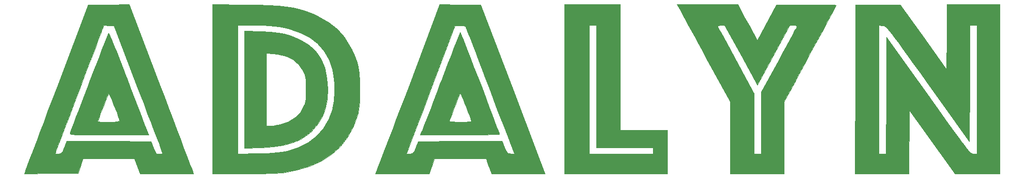
<source format=gbr>
%TF.GenerationSoftware,KiCad,Pcbnew,(5.1.6-0-10_14)*%
%TF.CreationDate,2021-08-16T20:21:43-05:00*%
%TF.ProjectId,Adalyn,4164616c-796e-42e6-9b69-6361645f7063,rev?*%
%TF.SameCoordinates,Original*%
%TF.FileFunction,Legend,Top*%
%TF.FilePolarity,Positive*%
%FSLAX46Y46*%
G04 Gerber Fmt 4.6, Leading zero omitted, Abs format (unit mm)*
G04 Created by KiCad (PCBNEW (5.1.6-0-10_14)) date 2021-08-16 20:21:43*
%MOMM*%
%LPD*%
G01*
G04 APERTURE LIST*
%ADD10C,0.010000*%
G04 APERTURE END LIST*
D10*
%TO.C,G\u002A\u002A\u002A*%
G36*
X81110510Y-85397713D02*
G01*
X81932591Y-87565724D01*
X82724014Y-89652926D01*
X83474947Y-91633392D01*
X84175561Y-93481193D01*
X84816025Y-95170402D01*
X85386509Y-96675090D01*
X85877182Y-97969330D01*
X86278214Y-99027193D01*
X86579775Y-99822750D01*
X86772034Y-100330075D01*
X86836042Y-100499090D01*
X87155193Y-101342797D01*
X77645394Y-101342797D01*
X77149985Y-100010629D01*
X76654577Y-98678461D01*
X67504625Y-98678461D01*
X66601343Y-101253985D01*
X61849907Y-101301330D01*
X57098472Y-101348674D01*
X57207204Y-100946085D01*
X57285331Y-100723131D01*
X57480577Y-100192697D01*
X57783693Y-99379312D01*
X58185433Y-98307504D01*
X58426256Y-97667242D01*
X62550322Y-97667242D01*
X62657097Y-97769934D01*
X63024447Y-97764866D01*
X63125901Y-97756646D01*
X63484970Y-97706922D01*
X63724339Y-97579477D01*
X63917000Y-97295552D01*
X64135942Y-96776389D01*
X64207578Y-96589483D01*
X64631138Y-95477428D01*
X72110730Y-95523749D01*
X79590322Y-95570069D01*
X80014194Y-96680209D01*
X80251015Y-97272248D01*
X80437978Y-97604651D01*
X80645225Y-97752147D01*
X80942896Y-97789466D01*
X81056176Y-97790349D01*
X81465222Y-97759517D01*
X81598812Y-97636219D01*
X81572642Y-97479510D01*
X81493477Y-97264083D01*
X81298521Y-96744886D01*
X80998467Y-95950116D01*
X80604005Y-94907968D01*
X80125829Y-93646637D01*
X79574630Y-92194320D01*
X78961102Y-90579212D01*
X78295936Y-88829509D01*
X77589824Y-86973406D01*
X77244934Y-86067272D01*
X73018870Y-74965874D01*
X72110775Y-74912741D01*
X71202681Y-74859609D01*
X70817612Y-75889664D01*
X70702641Y-76194089D01*
X70474846Y-76794516D01*
X70147917Y-77654994D01*
X69735545Y-78739571D01*
X69251419Y-80012295D01*
X68709229Y-81437217D01*
X68122665Y-82978383D01*
X67505416Y-84599842D01*
X66871173Y-86265644D01*
X66233625Y-87939836D01*
X65606463Y-89586468D01*
X65003375Y-91169587D01*
X64438052Y-92653242D01*
X63924185Y-94001482D01*
X63475462Y-95178356D01*
X63105573Y-96147911D01*
X62828209Y-96874197D01*
X62657059Y-97321262D01*
X62626217Y-97401401D01*
X62550322Y-97667242D01*
X58426256Y-97667242D01*
X58676550Y-97001804D01*
X59247795Y-95486740D01*
X59889921Y-93786842D01*
X60593682Y-91926639D01*
X61349829Y-89930659D01*
X62149114Y-87823433D01*
X62883441Y-85889650D01*
X68450945Y-71235804D01*
X72077538Y-71187923D01*
X75704130Y-71140043D01*
X81110510Y-85397713D01*
G37*
X81110510Y-85397713D02*
X81932591Y-87565724D01*
X82724014Y-89652926D01*
X83474947Y-91633392D01*
X84175561Y-93481193D01*
X84816025Y-95170402D01*
X85386509Y-96675090D01*
X85877182Y-97969330D01*
X86278214Y-99027193D01*
X86579775Y-99822750D01*
X86772034Y-100330075D01*
X86836042Y-100499090D01*
X87155193Y-101342797D01*
X77645394Y-101342797D01*
X77149985Y-100010629D01*
X76654577Y-98678461D01*
X67504625Y-98678461D01*
X66601343Y-101253985D01*
X61849907Y-101301330D01*
X57098472Y-101348674D01*
X57207204Y-100946085D01*
X57285331Y-100723131D01*
X57480577Y-100192697D01*
X57783693Y-99379312D01*
X58185433Y-98307504D01*
X58426256Y-97667242D01*
X62550322Y-97667242D01*
X62657097Y-97769934D01*
X63024447Y-97764866D01*
X63125901Y-97756646D01*
X63484970Y-97706922D01*
X63724339Y-97579477D01*
X63917000Y-97295552D01*
X64135942Y-96776389D01*
X64207578Y-96589483D01*
X64631138Y-95477428D01*
X72110730Y-95523749D01*
X79590322Y-95570069D01*
X80014194Y-96680209D01*
X80251015Y-97272248D01*
X80437978Y-97604651D01*
X80645225Y-97752147D01*
X80942896Y-97789466D01*
X81056176Y-97790349D01*
X81465222Y-97759517D01*
X81598812Y-97636219D01*
X81572642Y-97479510D01*
X81493477Y-97264083D01*
X81298521Y-96744886D01*
X80998467Y-95950116D01*
X80604005Y-94907968D01*
X80125829Y-93646637D01*
X79574630Y-92194320D01*
X78961102Y-90579212D01*
X78295936Y-88829509D01*
X77589824Y-86973406D01*
X77244934Y-86067272D01*
X73018870Y-74965874D01*
X72110775Y-74912741D01*
X71202681Y-74859609D01*
X70817612Y-75889664D01*
X70702641Y-76194089D01*
X70474846Y-76794516D01*
X70147917Y-77654994D01*
X69735545Y-78739571D01*
X69251419Y-80012295D01*
X68709229Y-81437217D01*
X68122665Y-82978383D01*
X67505416Y-84599842D01*
X66871173Y-86265644D01*
X66233625Y-87939836D01*
X65606463Y-89586468D01*
X65003375Y-91169587D01*
X64438052Y-92653242D01*
X63924185Y-94001482D01*
X63475462Y-95178356D01*
X63105573Y-96147911D01*
X62828209Y-96874197D01*
X62657059Y-97321262D01*
X62626217Y-97401401D01*
X62550322Y-97667242D01*
X58426256Y-97667242D01*
X58676550Y-97001804D01*
X59247795Y-95486740D01*
X59889921Y-93786842D01*
X60593682Y-91926639D01*
X61349829Y-89930659D01*
X62149114Y-87823433D01*
X62883441Y-85889650D01*
X68450945Y-71235804D01*
X72077538Y-71187923D01*
X75704130Y-71140043D01*
X81110510Y-85397713D01*
G36*
X96437410Y-71192496D02*
G01*
X98648977Y-71237154D01*
X100550746Y-71305945D01*
X102187762Y-71406135D01*
X103605072Y-71544986D01*
X104847722Y-71729764D01*
X105960756Y-71967731D01*
X106989221Y-72266153D01*
X107978163Y-72632292D01*
X108972627Y-73073412D01*
X109404167Y-73283478D01*
X111211013Y-74333224D01*
X112725310Y-75550935D01*
X113984902Y-76974040D01*
X115027634Y-78639968D01*
X115235791Y-79051188D01*
X115759433Y-80200230D01*
X116147390Y-81253332D01*
X116417615Y-82299701D01*
X116588058Y-83428540D01*
X116676673Y-84729057D01*
X116701411Y-86290454D01*
X116701366Y-86333706D01*
X116692621Y-87538578D01*
X116665380Y-88469196D01*
X116612534Y-89206371D01*
X116526971Y-89830910D01*
X116401582Y-90423623D01*
X116310637Y-90774265D01*
X115568761Y-92883190D01*
X114553883Y-94766246D01*
X113269311Y-96420835D01*
X111718352Y-97844362D01*
X109904315Y-99034231D01*
X107830508Y-99987844D01*
X105500240Y-100702606D01*
X103085396Y-101153493D01*
X102555281Y-101201152D01*
X101727627Y-101244410D01*
X100660129Y-101281701D01*
X99410481Y-101311459D01*
X98036377Y-101332117D01*
X96595512Y-101342107D01*
X96113718Y-101342797D01*
X90531466Y-101342797D01*
X90531466Y-74877062D01*
X94972025Y-74877062D01*
X94972025Y-97834486D01*
X98657690Y-97741106D01*
X100048268Y-97698797D01*
X101151714Y-97646620D01*
X102036120Y-97578371D01*
X102769581Y-97487845D01*
X103420190Y-97368838D01*
X103853144Y-97267694D01*
X105843474Y-96614688D01*
X107570590Y-95724639D01*
X109032923Y-94599038D01*
X110228900Y-93239379D01*
X111156951Y-91647152D01*
X111815507Y-89823852D01*
X111858255Y-89661206D01*
X112094003Y-88349367D01*
X112203564Y-86843050D01*
X112187170Y-85279766D01*
X112045052Y-83797025D01*
X111846659Y-82783243D01*
X111222520Y-81016104D01*
X110311743Y-79452555D01*
X109125242Y-78102126D01*
X107673935Y-76974344D01*
X105968736Y-76078737D01*
X104020562Y-75424836D01*
X103203564Y-75238645D01*
X102370815Y-75090624D01*
X101532584Y-74986840D01*
X100600318Y-74920910D01*
X99485467Y-74886454D01*
X98185732Y-74877062D01*
X94972025Y-74877062D01*
X90531466Y-74877062D01*
X90531466Y-71105669D01*
X96437410Y-71192496D01*
G37*
X96437410Y-71192496D02*
X98648977Y-71237154D01*
X100550746Y-71305945D01*
X102187762Y-71406135D01*
X103605072Y-71544986D01*
X104847722Y-71729764D01*
X105960756Y-71967731D01*
X106989221Y-72266153D01*
X107978163Y-72632292D01*
X108972627Y-73073412D01*
X109404167Y-73283478D01*
X111211013Y-74333224D01*
X112725310Y-75550935D01*
X113984902Y-76974040D01*
X115027634Y-78639968D01*
X115235791Y-79051188D01*
X115759433Y-80200230D01*
X116147390Y-81253332D01*
X116417615Y-82299701D01*
X116588058Y-83428540D01*
X116676673Y-84729057D01*
X116701411Y-86290454D01*
X116701366Y-86333706D01*
X116692621Y-87538578D01*
X116665380Y-88469196D01*
X116612534Y-89206371D01*
X116526971Y-89830910D01*
X116401582Y-90423623D01*
X116310637Y-90774265D01*
X115568761Y-92883190D01*
X114553883Y-94766246D01*
X113269311Y-96420835D01*
X111718352Y-97844362D01*
X109904315Y-99034231D01*
X107830508Y-99987844D01*
X105500240Y-100702606D01*
X103085396Y-101153493D01*
X102555281Y-101201152D01*
X101727627Y-101244410D01*
X100660129Y-101281701D01*
X99410481Y-101311459D01*
X98036377Y-101332117D01*
X96595512Y-101342107D01*
X96113718Y-101342797D01*
X90531466Y-101342797D01*
X90531466Y-74877062D01*
X94972025Y-74877062D01*
X94972025Y-97834486D01*
X98657690Y-97741106D01*
X100048268Y-97698797D01*
X101151714Y-97646620D01*
X102036120Y-97578371D01*
X102769581Y-97487845D01*
X103420190Y-97368838D01*
X103853144Y-97267694D01*
X105843474Y-96614688D01*
X107570590Y-95724639D01*
X109032923Y-94599038D01*
X110228900Y-93239379D01*
X111156951Y-91647152D01*
X111815507Y-89823852D01*
X111858255Y-89661206D01*
X112094003Y-88349367D01*
X112203564Y-86843050D01*
X112187170Y-85279766D01*
X112045052Y-83797025D01*
X111846659Y-82783243D01*
X111222520Y-81016104D01*
X110311743Y-79452555D01*
X109125242Y-78102126D01*
X107673935Y-76974344D01*
X105968736Y-76078737D01*
X104020562Y-75424836D01*
X103203564Y-75238645D01*
X102370815Y-75090624D01*
X101532584Y-74986840D01*
X100600318Y-74920910D01*
X99485467Y-74886454D01*
X98185732Y-74877062D01*
X94972025Y-74877062D01*
X90531466Y-74877062D01*
X90531466Y-71105669D01*
X96437410Y-71192496D01*
G36*
X134573842Y-71189772D02*
G01*
X138207128Y-71235804D01*
X143917901Y-86289300D01*
X149628673Y-101342797D01*
X140113633Y-101342797D01*
X139768273Y-100410279D01*
X139550539Y-99810588D01*
X139369292Y-99291032D01*
X139299485Y-99078111D01*
X139176058Y-98678461D01*
X129999675Y-98678461D01*
X129027937Y-101342797D01*
X119479146Y-101342797D01*
X119714320Y-100765524D01*
X119811442Y-100515489D01*
X120024706Y-99958243D01*
X120344598Y-99118854D01*
X120761603Y-98022390D01*
X120863274Y-97754721D01*
X124990207Y-97754721D01*
X125146180Y-97778512D01*
X125531429Y-97764638D01*
X125632629Y-97756666D01*
X125990622Y-97703900D01*
X126227726Y-97567601D01*
X126419186Y-97266594D01*
X126640245Y-96719699D01*
X126671549Y-96635804D01*
X127068046Y-95570069D01*
X134535435Y-95523751D01*
X142002823Y-95477433D01*
X142446585Y-96589486D01*
X142696271Y-97183955D01*
X142896789Y-97523074D01*
X143121066Y-97685096D01*
X143442028Y-97748276D01*
X143534453Y-97756819D01*
X144178558Y-97812100D01*
X143754451Y-96691085D01*
X143603675Y-96293859D01*
X143346903Y-95618897D01*
X142997330Y-94700799D01*
X142568151Y-93574166D01*
X142072562Y-92273599D01*
X141523757Y-90833700D01*
X140934933Y-89289069D01*
X140319283Y-87674308D01*
X139690004Y-86024017D01*
X139060291Y-84372798D01*
X138443339Y-82755253D01*
X137852343Y-81205981D01*
X137300499Y-79759585D01*
X136801001Y-78450664D01*
X136367046Y-77313821D01*
X136011827Y-76383657D01*
X135748541Y-75694772D01*
X135590383Y-75281768D01*
X135550893Y-75179391D01*
X135404364Y-74986601D01*
X135102759Y-74905845D01*
X134549807Y-74911938D01*
X134532400Y-74912958D01*
X133639412Y-74965874D01*
X129314809Y-86331761D01*
X128587987Y-88242801D01*
X127899502Y-90054620D01*
X127259587Y-91740182D01*
X126678480Y-93272451D01*
X126166416Y-94624392D01*
X125733629Y-95768970D01*
X125390355Y-96679148D01*
X125146829Y-97327892D01*
X125013287Y-97688165D01*
X124990207Y-97754721D01*
X120863274Y-97754721D01*
X121266208Y-96693919D01*
X121848898Y-95158509D01*
X122500160Y-93441228D01*
X123210479Y-91567144D01*
X123970341Y-89561326D01*
X124770233Y-87448841D01*
X125445025Y-85665996D01*
X130940557Y-71143741D01*
X134573842Y-71189772D01*
G37*
X134573842Y-71189772D02*
X138207128Y-71235804D01*
X143917901Y-86289300D01*
X149628673Y-101342797D01*
X140113633Y-101342797D01*
X139768273Y-100410279D01*
X139550539Y-99810588D01*
X139369292Y-99291032D01*
X139299485Y-99078111D01*
X139176058Y-98678461D01*
X129999675Y-98678461D01*
X129027937Y-101342797D01*
X119479146Y-101342797D01*
X119714320Y-100765524D01*
X119811442Y-100515489D01*
X120024706Y-99958243D01*
X120344598Y-99118854D01*
X120761603Y-98022390D01*
X120863274Y-97754721D01*
X124990207Y-97754721D01*
X125146180Y-97778512D01*
X125531429Y-97764638D01*
X125632629Y-97756666D01*
X125990622Y-97703900D01*
X126227726Y-97567601D01*
X126419186Y-97266594D01*
X126640245Y-96719699D01*
X126671549Y-96635804D01*
X127068046Y-95570069D01*
X134535435Y-95523751D01*
X142002823Y-95477433D01*
X142446585Y-96589486D01*
X142696271Y-97183955D01*
X142896789Y-97523074D01*
X143121066Y-97685096D01*
X143442028Y-97748276D01*
X143534453Y-97756819D01*
X144178558Y-97812100D01*
X143754451Y-96691085D01*
X143603675Y-96293859D01*
X143346903Y-95618897D01*
X142997330Y-94700799D01*
X142568151Y-93574166D01*
X142072562Y-92273599D01*
X141523757Y-90833700D01*
X140934933Y-89289069D01*
X140319283Y-87674308D01*
X139690004Y-86024017D01*
X139060291Y-84372798D01*
X138443339Y-82755253D01*
X137852343Y-81205981D01*
X137300499Y-79759585D01*
X136801001Y-78450664D01*
X136367046Y-77313821D01*
X136011827Y-76383657D01*
X135748541Y-75694772D01*
X135590383Y-75281768D01*
X135550893Y-75179391D01*
X135404364Y-74986601D01*
X135102759Y-74905845D01*
X134549807Y-74911938D01*
X134532400Y-74912958D01*
X133639412Y-74965874D01*
X129314809Y-86331761D01*
X128587987Y-88242801D01*
X127899502Y-90054620D01*
X127259587Y-91740182D01*
X126678480Y-93272451D01*
X126166416Y-94624392D01*
X125733629Y-95768970D01*
X125390355Y-96679148D01*
X125146829Y-97327892D01*
X125013287Y-97688165D01*
X124990207Y-97754721D01*
X120863274Y-97754721D01*
X121266208Y-96693919D01*
X121848898Y-95158509D01*
X122500160Y-93441228D01*
X123210479Y-91567144D01*
X123970341Y-89561326D01*
X124770233Y-87448841D01*
X125445025Y-85665996D01*
X130940557Y-71143741D01*
X134573842Y-71189772D01*
G36*
X163001396Y-93527412D02*
G01*
X171349648Y-93527412D01*
X171349648Y-101342797D01*
X153054543Y-101342797D01*
X153054543Y-74877062D01*
X157495102Y-74877062D01*
X157495102Y-97790349D01*
X168862934Y-97790349D01*
X168862934Y-96724615D01*
X158738459Y-96724615D01*
X158738459Y-74877062D01*
X157495102Y-74877062D01*
X153054543Y-74877062D01*
X153054543Y-71146992D01*
X163001396Y-71146992D01*
X163001396Y-93527412D01*
G37*
X163001396Y-93527412D02*
X171349648Y-93527412D01*
X171349648Y-101342797D01*
X153054543Y-101342797D01*
X153054543Y-74877062D01*
X157495102Y-74877062D01*
X157495102Y-97790349D01*
X168862934Y-97790349D01*
X168862934Y-96724615D01*
X158738459Y-96724615D01*
X158738459Y-74877062D01*
X157495102Y-74877062D01*
X153054543Y-74877062D01*
X153054543Y-71146992D01*
X163001396Y-71146992D01*
X163001396Y-93527412D01*
G36*
X178486507Y-71149552D02*
G01*
X183872025Y-71152111D01*
X184330301Y-71993258D01*
X184581832Y-72454624D01*
X184958851Y-73145780D01*
X185416611Y-73984712D01*
X185910368Y-74889411D01*
X186082877Y-75205446D01*
X187377176Y-77576486D01*
X190799298Y-71235804D01*
X196083564Y-71188755D01*
X197412560Y-71181824D01*
X198619032Y-71184951D01*
X199659387Y-71197269D01*
X200490036Y-71217913D01*
X201067387Y-71246016D01*
X201347848Y-71280712D01*
X201367829Y-71293768D01*
X201285379Y-71477787D01*
X201050006Y-71939539D01*
X200679677Y-72645313D01*
X200192360Y-73561401D01*
X199606022Y-74654096D01*
X198938630Y-75889686D01*
X198208152Y-77234465D01*
X197904193Y-77791969D01*
X197154462Y-79167222D01*
X196460525Y-80443187D01*
X195840286Y-81586712D01*
X195311651Y-82564646D01*
X194892524Y-83343840D01*
X194600811Y-83891141D01*
X194454417Y-84173400D01*
X194440557Y-84204762D01*
X194360085Y-84376314D01*
X194139503Y-84800098D01*
X193810059Y-85417162D01*
X193403001Y-86168556D01*
X193286011Y-86382849D01*
X192131466Y-88494282D01*
X192131466Y-101342797D01*
X182539857Y-101342797D01*
X182539857Y-88448611D01*
X178529698Y-81085564D01*
X177691631Y-79547099D01*
X176882261Y-78061904D01*
X176122270Y-76667887D01*
X175432338Y-75402953D01*
X175201490Y-74979955D01*
X180317727Y-74979955D01*
X180387107Y-75199732D01*
X180426504Y-75276713D01*
X180556982Y-75521284D01*
X180836097Y-76040341D01*
X181243382Y-76795958D01*
X181758369Y-77750205D01*
X182360589Y-78865157D01*
X183029574Y-80102886D01*
X183718768Y-81377240D01*
X186802794Y-87078116D01*
X186802794Y-97790349D01*
X188046151Y-97790349D01*
X188046151Y-86799204D01*
X191167653Y-81084929D01*
X191883328Y-79772856D01*
X192546366Y-78553547D01*
X193137105Y-77463447D01*
X193635879Y-76539003D01*
X194023026Y-75816658D01*
X194278883Y-75332859D01*
X194383786Y-75124050D01*
X194383859Y-75123858D01*
X194354392Y-74957773D01*
X194058682Y-74887655D01*
X193793476Y-74881432D01*
X193108389Y-74885801D01*
X190243720Y-80221819D01*
X187379052Y-85557837D01*
X184470993Y-80218600D01*
X181562934Y-74879364D01*
X180890601Y-74878213D01*
X180461988Y-74893021D01*
X180317727Y-74979955D01*
X175201490Y-74979955D01*
X174833143Y-74305009D01*
X174345367Y-73411963D01*
X173989689Y-72761720D01*
X173810264Y-72434755D01*
X173100988Y-71146992D01*
X178486507Y-71149552D01*
G37*
X178486507Y-71149552D02*
X183872025Y-71152111D01*
X184330301Y-71993258D01*
X184581832Y-72454624D01*
X184958851Y-73145780D01*
X185416611Y-73984712D01*
X185910368Y-74889411D01*
X186082877Y-75205446D01*
X187377176Y-77576486D01*
X190799298Y-71235804D01*
X196083564Y-71188755D01*
X197412560Y-71181824D01*
X198619032Y-71184951D01*
X199659387Y-71197269D01*
X200490036Y-71217913D01*
X201067387Y-71246016D01*
X201347848Y-71280712D01*
X201367829Y-71293768D01*
X201285379Y-71477787D01*
X201050006Y-71939539D01*
X200679677Y-72645313D01*
X200192360Y-73561401D01*
X199606022Y-74654096D01*
X198938630Y-75889686D01*
X198208152Y-77234465D01*
X197904193Y-77791969D01*
X197154462Y-79167222D01*
X196460525Y-80443187D01*
X195840286Y-81586712D01*
X195311651Y-82564646D01*
X194892524Y-83343840D01*
X194600811Y-83891141D01*
X194454417Y-84173400D01*
X194440557Y-84204762D01*
X194360085Y-84376314D01*
X194139503Y-84800098D01*
X193810059Y-85417162D01*
X193403001Y-86168556D01*
X193286011Y-86382849D01*
X192131466Y-88494282D01*
X192131466Y-101342797D01*
X182539857Y-101342797D01*
X182539857Y-88448611D01*
X178529698Y-81085564D01*
X177691631Y-79547099D01*
X176882261Y-78061904D01*
X176122270Y-76667887D01*
X175432338Y-75402953D01*
X175201490Y-74979955D01*
X180317727Y-74979955D01*
X180387107Y-75199732D01*
X180426504Y-75276713D01*
X180556982Y-75521284D01*
X180836097Y-76040341D01*
X181243382Y-76795958D01*
X181758369Y-77750205D01*
X182360589Y-78865157D01*
X183029574Y-80102886D01*
X183718768Y-81377240D01*
X186802794Y-87078116D01*
X186802794Y-97790349D01*
X188046151Y-97790349D01*
X188046151Y-86799204D01*
X191167653Y-81084929D01*
X191883328Y-79772856D01*
X192546366Y-78553547D01*
X193137105Y-77463447D01*
X193635879Y-76539003D01*
X194023026Y-75816658D01*
X194278883Y-75332859D01*
X194383786Y-75124050D01*
X194383859Y-75123858D01*
X194354392Y-74957773D01*
X194058682Y-74887655D01*
X193793476Y-74881432D01*
X193108389Y-74885801D01*
X190243720Y-80221819D01*
X187379052Y-85557837D01*
X184470993Y-80218600D01*
X181562934Y-74879364D01*
X180890601Y-74878213D01*
X180461988Y-74893021D01*
X180317727Y-74979955D01*
X175201490Y-74979955D01*
X174833143Y-74305009D01*
X174345367Y-73411963D01*
X173989689Y-72761720D01*
X173810264Y-72434755D01*
X173100988Y-71146992D01*
X178486507Y-71149552D01*
G36*
X230501071Y-72123916D02*
G01*
X230501625Y-72470428D01*
X230502148Y-73139116D01*
X230502632Y-74096907D01*
X230503068Y-75310733D01*
X230503448Y-76747522D01*
X230503764Y-78374205D01*
X230504007Y-80157711D01*
X230504168Y-82064970D01*
X230504240Y-84062912D01*
X230504243Y-84557482D01*
X230504193Y-86633089D01*
X230504047Y-88673048D01*
X230503816Y-90637840D01*
X230503508Y-92487945D01*
X230503132Y-94183844D01*
X230502696Y-95686018D01*
X230502210Y-96954947D01*
X230501682Y-97951111D01*
X230501121Y-98634991D01*
X230501071Y-98678461D01*
X230497899Y-101342797D01*
X222538101Y-101342797D01*
X218480588Y-95654659D01*
X214423074Y-89966521D01*
X214329342Y-101342797D01*
X204753027Y-101342797D01*
X204762282Y-97790349D01*
X209005592Y-97790349D01*
X210246109Y-97790349D01*
X210291934Y-87398102D01*
X210337759Y-77005856D01*
X217759867Y-87398102D01*
X219175554Y-89379943D01*
X220400095Y-91092319D01*
X221448718Y-92554921D01*
X222336650Y-93787437D01*
X223079118Y-94809555D01*
X223691350Y-95640965D01*
X224188572Y-96301354D01*
X224586013Y-96810413D01*
X224898899Y-97187829D01*
X225142458Y-97453291D01*
X225331918Y-97626487D01*
X225482505Y-97727107D01*
X225609446Y-97774840D01*
X225727971Y-97789373D01*
X225797280Y-97790349D01*
X226412585Y-97790349D01*
X226412585Y-74877062D01*
X225172068Y-74877062D01*
X225126242Y-85250288D01*
X225080417Y-95623513D01*
X217703670Y-85294693D01*
X216292627Y-83319329D01*
X215072602Y-81613252D01*
X214028227Y-80156607D01*
X213144135Y-78929539D01*
X212404955Y-77912193D01*
X211795321Y-77084714D01*
X211299863Y-76427247D01*
X210903214Y-75919936D01*
X210590005Y-75542926D01*
X210344868Y-75276363D01*
X210152434Y-75100390D01*
X209997335Y-74995154D01*
X209864203Y-74940798D01*
X209737669Y-74917468D01*
X209666257Y-74910746D01*
X209005592Y-74855618D01*
X209005592Y-97790349D01*
X204762282Y-97790349D01*
X204792247Y-86289300D01*
X204831466Y-71235804D01*
X212811592Y-71235804D01*
X216903347Y-76966548D01*
X220995102Y-82697293D01*
X221041935Y-76922143D01*
X221088768Y-71146992D01*
X230497899Y-71146992D01*
X230501071Y-72123916D01*
G37*
X230501071Y-72123916D02*
X230501625Y-72470428D01*
X230502148Y-73139116D01*
X230502632Y-74096907D01*
X230503068Y-75310733D01*
X230503448Y-76747522D01*
X230503764Y-78374205D01*
X230504007Y-80157711D01*
X230504168Y-82064970D01*
X230504240Y-84062912D01*
X230504243Y-84557482D01*
X230504193Y-86633089D01*
X230504047Y-88673048D01*
X230503816Y-90637840D01*
X230503508Y-92487945D01*
X230503132Y-94183844D01*
X230502696Y-95686018D01*
X230502210Y-96954947D01*
X230501682Y-97951111D01*
X230501121Y-98634991D01*
X230501071Y-98678461D01*
X230497899Y-101342797D01*
X222538101Y-101342797D01*
X218480588Y-95654659D01*
X214423074Y-89966521D01*
X214329342Y-101342797D01*
X204753027Y-101342797D01*
X204762282Y-97790349D01*
X209005592Y-97790349D01*
X210246109Y-97790349D01*
X210291934Y-87398102D01*
X210337759Y-77005856D01*
X217759867Y-87398102D01*
X219175554Y-89379943D01*
X220400095Y-91092319D01*
X221448718Y-92554921D01*
X222336650Y-93787437D01*
X223079118Y-94809555D01*
X223691350Y-95640965D01*
X224188572Y-96301354D01*
X224586013Y-96810413D01*
X224898899Y-97187829D01*
X225142458Y-97453291D01*
X225331918Y-97626487D01*
X225482505Y-97727107D01*
X225609446Y-97774840D01*
X225727971Y-97789373D01*
X225797280Y-97790349D01*
X226412585Y-97790349D01*
X226412585Y-74877062D01*
X225172068Y-74877062D01*
X225126242Y-85250288D01*
X225080417Y-95623513D01*
X217703670Y-85294693D01*
X216292627Y-83319329D01*
X215072602Y-81613252D01*
X214028227Y-80156607D01*
X213144135Y-78929539D01*
X212404955Y-77912193D01*
X211795321Y-77084714D01*
X211299863Y-76427247D01*
X210903214Y-75919936D01*
X210590005Y-75542926D01*
X210344868Y-75276363D01*
X210152434Y-75100390D01*
X209997335Y-74995154D01*
X209864203Y-74940798D01*
X209737669Y-74917468D01*
X209666257Y-74910746D01*
X209005592Y-74855618D01*
X209005592Y-97790349D01*
X204762282Y-97790349D01*
X204792247Y-86289300D01*
X204831466Y-71235804D01*
X212811592Y-71235804D01*
X216903347Y-76966548D01*
X220995102Y-82697293D01*
X221041935Y-76922143D01*
X221088768Y-71146992D01*
X230497899Y-71146992D01*
X230501071Y-72123916D01*
G36*
X72125887Y-76382959D02*
G01*
X72326061Y-76818249D01*
X72626363Y-77524467D01*
X73014353Y-78470814D01*
X73477591Y-79626492D01*
X74003635Y-80960705D01*
X74580045Y-82442654D01*
X75194381Y-84041542D01*
X75338758Y-84420024D01*
X75971394Y-86080394D01*
X76574995Y-87663970D01*
X77135896Y-89134943D01*
X77640434Y-90457504D01*
X78074943Y-91595846D01*
X78425760Y-92514159D01*
X78679219Y-93176634D01*
X78821656Y-93547465D01*
X78831086Y-93571818D01*
X79158450Y-94415524D01*
X72124241Y-94415524D01*
X70357386Y-94414754D01*
X68913837Y-94411490D01*
X67761661Y-94404305D01*
X66868922Y-94391769D01*
X66203683Y-94372453D01*
X65734010Y-94344928D01*
X65427967Y-94307766D01*
X65253618Y-94259537D01*
X65179028Y-94198813D01*
X65172262Y-94124165D01*
X65176995Y-94104685D01*
X65271570Y-93826794D01*
X65476383Y-93265891D01*
X65777077Y-92459333D01*
X65944178Y-92015650D01*
X70104892Y-92015650D01*
X70270556Y-92052131D01*
X70719751Y-92081613D01*
X71380784Y-92100764D01*
X72058739Y-92106433D01*
X72928986Y-92091187D01*
X73573353Y-92048388D01*
X73942899Y-91982442D01*
X74012585Y-91930470D01*
X73951291Y-91653767D01*
X73785939Y-91151958D01*
X73544323Y-90493407D01*
X73254237Y-89746477D01*
X72943475Y-88979531D01*
X72639832Y-88260931D01*
X72371101Y-87659042D01*
X72165077Y-87242225D01*
X72049554Y-87078845D01*
X72040996Y-87081109D01*
X71940097Y-87278982D01*
X71743350Y-87735996D01*
X71479596Y-88378648D01*
X71177674Y-89133437D01*
X70866423Y-89926857D01*
X70574682Y-90685408D01*
X70331290Y-91335586D01*
X70165088Y-91803888D01*
X70104892Y-92015650D01*
X65944178Y-92015650D01*
X66159296Y-91444479D01*
X66608685Y-90258688D01*
X67110887Y-88939318D01*
X67651547Y-87523730D01*
X68216309Y-86049280D01*
X68790816Y-84553328D01*
X69360713Y-83073233D01*
X69911645Y-81646353D01*
X70429254Y-80310047D01*
X70899186Y-79101674D01*
X71307084Y-78058593D01*
X71638592Y-77218162D01*
X71879355Y-76617739D01*
X72015017Y-76294685D01*
X72038282Y-76249395D01*
X72125887Y-76382959D01*
G37*
X72125887Y-76382959D02*
X72326061Y-76818249D01*
X72626363Y-77524467D01*
X73014353Y-78470814D01*
X73477591Y-79626492D01*
X74003635Y-80960705D01*
X74580045Y-82442654D01*
X75194381Y-84041542D01*
X75338758Y-84420024D01*
X75971394Y-86080394D01*
X76574995Y-87663970D01*
X77135896Y-89134943D01*
X77640434Y-90457504D01*
X78074943Y-91595846D01*
X78425760Y-92514159D01*
X78679219Y-93176634D01*
X78821656Y-93547465D01*
X78831086Y-93571818D01*
X79158450Y-94415524D01*
X72124241Y-94415524D01*
X70357386Y-94414754D01*
X68913837Y-94411490D01*
X67761661Y-94404305D01*
X66868922Y-94391769D01*
X66203683Y-94372453D01*
X65734010Y-94344928D01*
X65427967Y-94307766D01*
X65253618Y-94259537D01*
X65179028Y-94198813D01*
X65172262Y-94124165D01*
X65176995Y-94104685D01*
X65271570Y-93826794D01*
X65476383Y-93265891D01*
X65777077Y-92459333D01*
X65944178Y-92015650D01*
X70104892Y-92015650D01*
X70270556Y-92052131D01*
X70719751Y-92081613D01*
X71380784Y-92100764D01*
X72058739Y-92106433D01*
X72928986Y-92091187D01*
X73573353Y-92048388D01*
X73942899Y-91982442D01*
X74012585Y-91930470D01*
X73951291Y-91653767D01*
X73785939Y-91151958D01*
X73544323Y-90493407D01*
X73254237Y-89746477D01*
X72943475Y-88979531D01*
X72639832Y-88260931D01*
X72371101Y-87659042D01*
X72165077Y-87242225D01*
X72049554Y-87078845D01*
X72040996Y-87081109D01*
X71940097Y-87278982D01*
X71743350Y-87735996D01*
X71479596Y-88378648D01*
X71177674Y-89133437D01*
X70866423Y-89926857D01*
X70574682Y-90685408D01*
X70331290Y-91335586D01*
X70165088Y-91803888D01*
X70104892Y-92015650D01*
X65944178Y-92015650D01*
X66159296Y-91444479D01*
X66608685Y-90258688D01*
X67110887Y-88939318D01*
X67651547Y-87523730D01*
X68216309Y-86049280D01*
X68790816Y-84553328D01*
X69360713Y-83073233D01*
X69911645Y-81646353D01*
X70429254Y-80310047D01*
X70899186Y-79101674D01*
X71307084Y-78058593D01*
X71638592Y-77218162D01*
X71879355Y-76617739D01*
X72015017Y-76294685D01*
X72038282Y-76249395D01*
X72125887Y-76382959D01*
G36*
X99190557Y-75989313D02*
G01*
X100817481Y-76066591D01*
X102172517Y-76199204D01*
X103336961Y-76404286D01*
X104392110Y-76698969D01*
X105419260Y-77100386D01*
X106182675Y-77462880D01*
X107668800Y-78388444D01*
X108877922Y-79530528D01*
X109811983Y-80892649D01*
X110472923Y-82478322D01*
X110862685Y-84291062D01*
X110983405Y-86156083D01*
X110895578Y-88056141D01*
X110604089Y-89699844D01*
X110091915Y-91133102D01*
X109342034Y-92401824D01*
X108337423Y-93551921D01*
X108188583Y-93693846D01*
X107089648Y-94597641D01*
X105901372Y-95316588D01*
X104574338Y-95866894D01*
X103059130Y-96264768D01*
X101306330Y-96526417D01*
X99266522Y-96668051D01*
X99101745Y-96674246D01*
X96215382Y-96777174D01*
X96215382Y-92816923D01*
X100123074Y-92816923D01*
X100789158Y-92814297D01*
X101322916Y-92770798D01*
X102027845Y-92660654D01*
X102607383Y-92540127D01*
X104047901Y-92048852D01*
X105231332Y-91313411D01*
X106161111Y-90331150D01*
X106730409Y-89353286D01*
X106906184Y-88929542D01*
X107023650Y-88507740D01*
X107094091Y-88001723D01*
X107128791Y-87325334D01*
X107139033Y-86392417D01*
X107139158Y-86232336D01*
X107134649Y-85290735D01*
X107111571Y-84616669D01*
X107055599Y-84122450D01*
X106952408Y-83720395D01*
X106787671Y-83322818D01*
X106603136Y-82951390D01*
X105846094Y-81848217D01*
X104829234Y-80981657D01*
X103562975Y-80357735D01*
X102057738Y-79982476D01*
X101322025Y-79897660D01*
X100123074Y-79802756D01*
X100123074Y-92816923D01*
X96215382Y-92816923D01*
X96215382Y-75897361D01*
X99190557Y-75989313D01*
G37*
X99190557Y-75989313D02*
X100817481Y-76066591D01*
X102172517Y-76199204D01*
X103336961Y-76404286D01*
X104392110Y-76698969D01*
X105419260Y-77100386D01*
X106182675Y-77462880D01*
X107668800Y-78388444D01*
X108877922Y-79530528D01*
X109811983Y-80892649D01*
X110472923Y-82478322D01*
X110862685Y-84291062D01*
X110983405Y-86156083D01*
X110895578Y-88056141D01*
X110604089Y-89699844D01*
X110091915Y-91133102D01*
X109342034Y-92401824D01*
X108337423Y-93551921D01*
X108188583Y-93693846D01*
X107089648Y-94597641D01*
X105901372Y-95316588D01*
X104574338Y-95866894D01*
X103059130Y-96264768D01*
X101306330Y-96526417D01*
X99266522Y-96668051D01*
X99101745Y-96674246D01*
X96215382Y-96777174D01*
X96215382Y-92816923D01*
X100123074Y-92816923D01*
X100789158Y-92814297D01*
X101322916Y-92770798D01*
X102027845Y-92660654D01*
X102607383Y-92540127D01*
X104047901Y-92048852D01*
X105231332Y-91313411D01*
X106161111Y-90331150D01*
X106730409Y-89353286D01*
X106906184Y-88929542D01*
X107023650Y-88507740D01*
X107094091Y-88001723D01*
X107128791Y-87325334D01*
X107139033Y-86392417D01*
X107139158Y-86232336D01*
X107134649Y-85290735D01*
X107111571Y-84616669D01*
X107055599Y-84122450D01*
X106952408Y-83720395D01*
X106787671Y-83322818D01*
X106603136Y-82951390D01*
X105846094Y-81848217D01*
X104829234Y-80981657D01*
X103562975Y-80357735D01*
X102057738Y-79982476D01*
X101322025Y-79897660D01*
X100123074Y-79802756D01*
X100123074Y-92816923D01*
X96215382Y-92816923D01*
X96215382Y-75897361D01*
X99190557Y-75989313D01*
G36*
X134650874Y-76283893D02*
G01*
X134838647Y-76740202D01*
X135123554Y-77455492D01*
X135491563Y-78393030D01*
X135928640Y-79516081D01*
X136420754Y-80787910D01*
X136953870Y-82171782D01*
X137513957Y-83630962D01*
X138086982Y-85128717D01*
X138658912Y-86628311D01*
X139215714Y-88093009D01*
X139743356Y-89486078D01*
X140227804Y-90770781D01*
X140655027Y-91910385D01*
X141010991Y-92868156D01*
X141281664Y-93607357D01*
X141453013Y-94091255D01*
X141511048Y-94282307D01*
X141339292Y-94311535D01*
X140850138Y-94338546D01*
X140081432Y-94362622D01*
X139071016Y-94383045D01*
X137856736Y-94399097D01*
X136476436Y-94410061D01*
X134967959Y-94415217D01*
X134490621Y-94415524D01*
X127472153Y-94415524D01*
X127710376Y-93838251D01*
X127818821Y-93562906D01*
X128040651Y-92989306D01*
X128362933Y-92151225D01*
X128431186Y-91973216D01*
X132624828Y-91973216D01*
X132791837Y-92026593D01*
X133242448Y-92069779D01*
X133905059Y-92097934D01*
X134594839Y-92106433D01*
X135489012Y-92096992D01*
X136074755Y-92064942D01*
X136398474Y-92004697D01*
X136506577Y-91910668D01*
X136504280Y-91876518D01*
X136396499Y-91534238D01*
X136197259Y-90977267D01*
X135934202Y-90275803D01*
X135634969Y-89500045D01*
X135327202Y-88720192D01*
X135038542Y-88006442D01*
X134796631Y-87428996D01*
X134629110Y-87058051D01*
X134567234Y-86957150D01*
X134477370Y-87111718D01*
X134292732Y-87529794D01*
X134040489Y-88141225D01*
X133747804Y-88875858D01*
X133441845Y-89663541D01*
X133149777Y-90434120D01*
X132898766Y-91117442D01*
X132715978Y-91643354D01*
X132628578Y-91941703D01*
X132624828Y-91973216D01*
X128431186Y-91973216D01*
X128772736Y-91082435D01*
X129257126Y-89816710D01*
X129803170Y-88387824D01*
X130397936Y-86829549D01*
X131028490Y-85175659D01*
X131213254Y-84690699D01*
X131844483Y-83038420D01*
X132439181Y-81491033D01*
X132985206Y-80079490D01*
X133470416Y-78834743D01*
X133882669Y-77787742D01*
X134209821Y-76969440D01*
X134439730Y-76410789D01*
X134560255Y-76142741D01*
X134574268Y-76123301D01*
X134650874Y-76283893D01*
G37*
X134650874Y-76283893D02*
X134838647Y-76740202D01*
X135123554Y-77455492D01*
X135491563Y-78393030D01*
X135928640Y-79516081D01*
X136420754Y-80787910D01*
X136953870Y-82171782D01*
X137513957Y-83630962D01*
X138086982Y-85128717D01*
X138658912Y-86628311D01*
X139215714Y-88093009D01*
X139743356Y-89486078D01*
X140227804Y-90770781D01*
X140655027Y-91910385D01*
X141010991Y-92868156D01*
X141281664Y-93607357D01*
X141453013Y-94091255D01*
X141511048Y-94282307D01*
X141339292Y-94311535D01*
X140850138Y-94338546D01*
X140081432Y-94362622D01*
X139071016Y-94383045D01*
X137856736Y-94399097D01*
X136476436Y-94410061D01*
X134967959Y-94415217D01*
X134490621Y-94415524D01*
X127472153Y-94415524D01*
X127710376Y-93838251D01*
X127818821Y-93562906D01*
X128040651Y-92989306D01*
X128362933Y-92151225D01*
X128431186Y-91973216D01*
X132624828Y-91973216D01*
X132791837Y-92026593D01*
X133242448Y-92069779D01*
X133905059Y-92097934D01*
X134594839Y-92106433D01*
X135489012Y-92096992D01*
X136074755Y-92064942D01*
X136398474Y-92004697D01*
X136506577Y-91910668D01*
X136504280Y-91876518D01*
X136396499Y-91534238D01*
X136197259Y-90977267D01*
X135934202Y-90275803D01*
X135634969Y-89500045D01*
X135327202Y-88720192D01*
X135038542Y-88006442D01*
X134796631Y-87428996D01*
X134629110Y-87058051D01*
X134567234Y-86957150D01*
X134477370Y-87111718D01*
X134292732Y-87529794D01*
X134040489Y-88141225D01*
X133747804Y-88875858D01*
X133441845Y-89663541D01*
X133149777Y-90434120D01*
X132898766Y-91117442D01*
X132715978Y-91643354D01*
X132628578Y-91941703D01*
X132624828Y-91973216D01*
X128431186Y-91973216D01*
X128772736Y-91082435D01*
X129257126Y-89816710D01*
X129803170Y-88387824D01*
X130397936Y-86829549D01*
X131028490Y-85175659D01*
X131213254Y-84690699D01*
X131844483Y-83038420D01*
X132439181Y-81491033D01*
X132985206Y-80079490D01*
X133470416Y-78834743D01*
X133882669Y-77787742D01*
X134209821Y-76969440D01*
X134439730Y-76410789D01*
X134560255Y-76142741D01*
X134574268Y-76123301D01*
X134650874Y-76283893D01*
%TD*%
M02*

</source>
